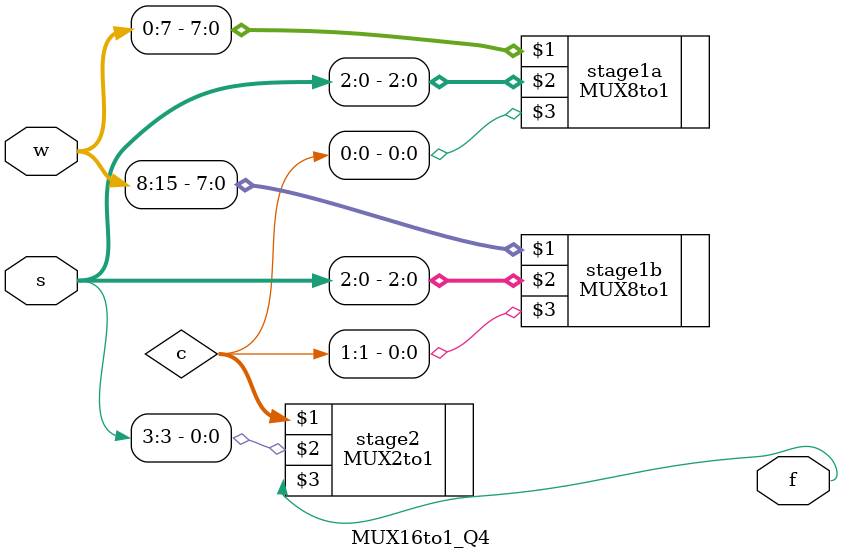
<source format=v>
`include "MUX8to1.v"
`include "MUX2to1.v"
module MUX16to1_Q4(w,s,f);

input [0:15] w;
input [3:0] s;
output f;
wire [0:1]c;
MUX8to1 stage1a(w[0:7],s[2:0],c[0]);
MUX8to1 stage1b(w[8:15],s[2:0],c[1]);
MUX2to1 stage2(c,s[3],f);
endmodule
</source>
